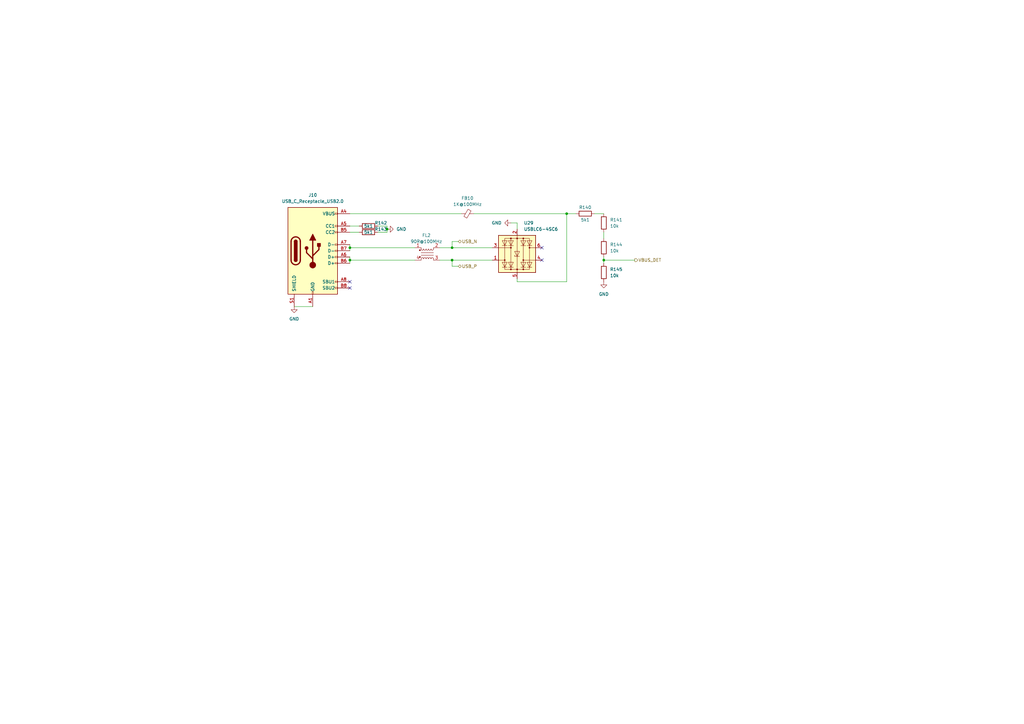
<source format=kicad_sch>
(kicad_sch (version 20250114) (generator "eeschema") (generator_version "9.0")
  (paper "A3")
  (title_block (title "USB") (date "2023-11-27") (rev "r0_3") (company "M-Labs Limited") (comment 1 "Linus Woo Chun Kit"))
  (lib_symbols
    (symbol "Connector:USB_C_Receptacle_USB2.0" (pin_names (offset 1.016))
      (property "Reference" "J" (at -10.16 19.05 0))
      (property "Value" "USB_C_Receptacle_USB2.0" (at 19.05 19.05 0))
      (symbol "USB_C_Receptacle_USB2.0_0_0"
        (rectangle (start -0.254 -17.78) (end 0.254 -16.764))
        (rectangle (start 10.16 15.494) (end 9.144 14.986))
        (rectangle (start 10.16 10.414) (end 9.144 9.906))
        (rectangle (start 10.16 7.874) (end 9.144 7.366))
        (rectangle (start 10.16 2.794) (end 9.144 2.286))
        (rectangle (start 10.16 0.254) (end 9.144 -0.254))
        (rectangle (start 10.16 -2.286) (end 9.144 -2.794))
        (rectangle (start 10.16 -4.826) (end 9.144 -5.334))
        (rectangle (start 10.16 -12.446) (end 9.144 -12.954))
        (rectangle (start 10.16 -14.986) (end 9.144 -15.494))
      )
      (symbol "USB_C_Receptacle_USB2.0_0_1"
        (rectangle (start -10.16 17.78) (end 10.16 -17.78) (stroke (width 0.254)) (fill (type background)))
        (polyline (pts (xy -8.89 -3.81) (xy -8.89 3.81)) (stroke (width 0.508)))
        (rectangle (start -7.62 -3.81) (end -6.35 3.81) (stroke (width 0.254)) (fill (type outline)))
        (arc (start -7.62 3.81) (mid -6.985 4.4423) (end -6.35 3.81) (stroke (width 0.254)))
        (arc (start -7.62 3.81) (mid -6.985 4.4423) (end -6.35 3.81) (stroke (width 0.254)) (fill (type outline)))
        (arc (start -8.89 3.81) (mid -6.985 5.7067) (end -5.08 3.81) (stroke (width 0.508)))
        (arc (start -5.08 -3.81) (mid -6.985 -5.7067) (end -8.89 -3.81) (stroke (width 0.508)))
        (arc (start -6.35 -3.81) (mid -6.985 -4.4423) (end -7.62 -3.81) (stroke (width 0.254)))
        (arc (start -6.35 -3.81) (mid -6.985 -4.4423) (end -7.62 -3.81) (stroke (width 0.254)) (fill (type outline)))
        (polyline (pts (xy -5.08 3.81) (xy -5.08 -3.81)) (stroke (width 0.508)))
        (circle (center -2.54 1.143) (radius 0.635) (stroke (width 0.254)) (fill (type outline)))
        (polyline (pts (xy -1.27 4.318) (xy 0 6.858) (xy 1.27 4.318) (xy -1.27 4.318)) (stroke (width 0.254)) (fill (type outline)))
        (polyline (pts (xy 0 -2.032) (xy 2.54 0.508) (xy 2.54 1.778)) (stroke (width 0.508)))
        (polyline (pts (xy 0 -3.302) (xy -2.54 -0.762) (xy -2.54 0.508)) (stroke (width 0.508)))
        (polyline (pts (xy 0 -5.842) (xy 0 4.318)) (stroke (width 0.508)))
        (circle (center 0 -5.842) (radius 1.27) (fill (type outline)))
        (rectangle (start 1.905 1.778) (end 3.175 3.048) (stroke (width 0.254)) (fill (type outline)))
      )
      (symbol "USB_C_Receptacle_USB2.0_1_1"
        (pin passive line (at -7.62 -22.86 90) (length 5.08) (name "SHIELD") (number "S1"))
        (pin passive line (at 0 -22.86 90) (length 5.08) (name "GND") (number "A1"))
        (pin passive line (at 0 -22.86 90) (length 5.08) (hide yes) (name "GND") (number "A12"))
        (pin passive line (at 0 -22.86 90) (length 5.08) (hide yes) (name "GND") (number "B1"))
        (pin passive line (at 0 -22.86 90) (length 5.08) (hide yes) (name "GND") (number "B12"))
        (pin passive line (at 15.24 15.24 180) (length 5.08) (name "VBUS") (number "A4"))
        (pin passive line (at 15.24 15.24 180) (length 5.08) (hide yes) (name "VBUS") (number "A9"))
        (pin passive line (at 15.24 15.24 180) (length 5.08) (hide yes) (name "VBUS") (number "B4"))
        (pin passive line (at 15.24 15.24 180) (length 5.08) (hide yes) (name "VBUS") (number "B9"))
        (pin bidirectional line (at 15.24 10.16 180) (length 5.08) (name "CC1") (number "A5"))
        (pin bidirectional line (at 15.24 7.62 180) (length 5.08) (name "CC2") (number "B5"))
        (pin bidirectional line (at 15.24 2.54 180) (length 5.08) (name "D-") (number "A7"))
        (pin bidirectional line (at 15.24 0 180) (length 5.08) (name "D-") (number "B7"))
        (pin bidirectional line (at 15.24 -2.54 180) (length 5.08) (name "D+") (number "A6"))
        (pin bidirectional line (at 15.24 -5.08 180) (length 5.08) (name "D+") (number "B6"))
        (pin bidirectional line (at 15.24 -12.7 180) (length 5.08) (name "SBU1") (number "A8"))
        (pin bidirectional line (at 15.24 -15.24 180) (length 5.08) (name "SBU2") (number "B8"))
      )
    )
    (symbol "Device:FerriteBead_Small" (pin_numbers (hide yes)) (pin_names (offset 0))
      (property "Reference" "FB" (at 1.905 1.27 0))
      (property "Value" "FerriteBead_Small" (at 1.905 -1.27 0))
      (symbol "FerriteBead_Small_0_1"
        (polyline (pts (xy -1.8288 0.2794) (xy -1.1176 1.4986) (xy 1.8288 -0.2032) (xy 1.1176 -1.4224) (xy -1.8288 0.2794)))
        (polyline (pts (xy 0 0.889) (xy 0 1.2954)))
        (polyline (pts (xy 0 -1.27) (xy 0 -0.7874)))
      )
      (symbol "FerriteBead_Small_1_1"
        (pin passive line (at 0 2.54 270) (length 1.27) (name "~") (number "1"))
        (pin passive line (at 0 -2.54 90) (length 1.27) (name "~") (number "2"))
      )
    )
    (symbol "Device:R" (pin_numbers (hide yes)) (pin_names (offset 0))
      (property "Reference" "R" (at 2.032 0 90))
      (property "Value" "R" (at 0 0 90))
      (symbol "R_0_1"
        (rectangle (start -1.016 -2.54) (end 1.016 2.54) (stroke (width 0.254)))
      )
      (symbol "R_1_1"
        (pin passive line (at 0 3.81 270) (length 1.27) (name "~") (number "1"))
        (pin passive line (at 0 -3.81 90) (length 1.27) (name "~") (number "2"))
      )
    )
    (symbol "Power_Protection:USBLC6-4SC6" (pin_names (hide yes))
      (property "Reference" "U" (at 2.54 8.89 0))
      (property "Value" "USBLC6-4SC6" (at 2.54 -8.89 0))
      (symbol "USBLC6-4SC6_0_1"
        (rectangle (start -7.62 -7.62) (end 7.62 7.62) (stroke (width 0.254)) (fill (type background)))
        (polyline (pts (xy -6.096 3.429) (xy -4.064 3.429) (xy -5.08 5.461) (xy -6.096 3.429)))
        (polyline (pts (xy -6.096 -5.461) (xy -4.064 -5.461) (xy -5.08 -3.429) (xy -6.096 -5.461)))
        (circle (center -5.08 2.54) (radius 0.254) (fill (type outline)))
        (polyline (pts (xy -5.08 2.54) (xy -7.62 2.54)))
        (polyline (pts (xy -4.064 5.461) (xy -6.096 5.461)))
        (polyline (pts (xy -4.064 -3.429) (xy -6.096 -3.429)))
        (polyline (pts (xy -3.556 3.429) (xy -1.524 3.429) (xy -2.54 5.461) (xy -3.556 3.429)))
        (polyline (pts (xy -3.556 -5.461) (xy -1.524 -5.461) (xy -2.54 -3.429) (xy -3.556 -5.461)))
        (circle (center -2.54 6.35) (radius 0.254) (fill (type outline)))
        (rectangle (start -2.54 6.35) (end 2.54 -6.35))
        (polyline (pts (xy -2.54 6.35) (xy -5.08 6.35) (xy -5.08 -6.35) (xy -2.54 -6.35)))
        (circle (center -2.54 -2.54) (radius 0.254) (fill (type outline)))
        (polyline (pts (xy -2.54 -2.54) (xy -7.62 -2.54)))
        (circle (center -2.54 -6.35) (radius 0.254) (fill (type outline)))
        (polyline (pts (xy -1.524 5.461) (xy -3.556 5.461)))
        (polyline (pts (xy -1.524 -3.429) (xy -3.556 -3.429)))
        (polyline (pts (xy -1.016 -1.016) (xy 1.016 -1.016) (xy 0 1.016) (xy -1.016 -1.016)))
        (circle (center 0 6.35) (radius 0.254) (fill (type outline)))
        (polyline (pts (xy 0 6.35) (xy 0 7.62)))
        (polyline (pts (xy 0 1.27) (xy 0 6.35)))
        (polyline (pts (xy 0 -6.35) (xy 0 1.27)))
        (circle (center 0 -6.35) (radius 0.254) (fill (type outline)))
        (polyline (pts (xy 0 -7.62) (xy 0 -6.35)))
        (polyline (pts (xy 1.016 1.016) (xy 0.762 1.016) (xy -1.016 1.016) (xy -1.016 0.508)))
        (polyline (pts (xy 1.524 5.461) (xy 3.556 5.461)))
        (polyline (pts (xy 1.524 -3.429) (xy 3.556 -3.429)))
        (polyline (pts (xy 2.54 6.35) (xy 5.08 6.35) (xy 5.08 -6.35) (xy 2.54 -6.35)))
        (circle (center 2.54 6.35) (radius 0.254) (fill (type outline)))
        (polyline (pts (xy 2.54 2.54) (xy 7.62 2.54)))
        (circle (center 2.54 2.54) (radius 0.254) (fill (type outline)))
        (circle (center 2.54 -6.35) (radius 0.254) (fill (type outline)))
        (polyline (pts (xy 3.556 3.429) (xy 1.524 3.429) (xy 2.54 5.461) (xy 3.556 3.429)))
        (polyline (pts (xy 3.556 -5.461) (xy 1.524 -5.461) (xy 2.54 -3.429) (xy 3.556 -5.461)))
        (polyline (pts (xy 4.064 5.461) (xy 6.096 5.461)))
        (polyline (pts (xy 4.064 -3.429) (xy 6.096 -3.429)))
        (polyline (pts (xy 5.08 -2.54) (xy 7.62 -2.54)))
        (circle (center 5.08 -2.54) (radius 0.254) (fill (type outline)))
        (polyline (pts (xy 6.096 3.429) (xy 4.064 3.429) (xy 5.08 5.461) (xy 6.096 3.429)))
        (polyline (pts (xy 6.096 -5.461) (xy 4.064 -5.461) (xy 5.08 -3.429) (xy 6.096 -5.461)))
      )
      (symbol "USBLC6-4SC6_1_1"
        (pin passive line (at -10.16 2.54 0) (length 2.54) (name "I/O1") (number "1"))
        (pin passive line (at -10.16 -2.54 0) (length 2.54) (name "I/O2") (number "3"))
        (pin passive line (at 0 10.16 270) (length 2.54) (name "VBUS") (number "5"))
        (pin passive line (at 0 -10.16 90) (length 2.54) (name "GND") (number "2"))
        (pin passive line (at 10.16 2.54 180) (length 2.54) (name "I/O3") (number "4"))
        (pin passive line (at 10.16 -2.54 180) (length 2.54) (name "I/O4") (number "6"))
      )
    )
    (symbol "kirdy:Filter_EMI_LL_1423" (pin_names (offset 0.254) (hide yes))
      (property "Reference" "FL" (at 0 4.445 0))
      (property "Value" "Filter_EMI_LL_1423" (at 0 -4.445 0))
      (symbol "Filter_EMI_LL_1423_0_1"
        (circle (center -3.048 1.524) (radius 0.254) (fill (type outline)))
        (circle (center -3.048 -1.27) (radius 0.254) (fill (type outline)))
        (polyline (pts (xy -2.54 2.032) (xy -2.54 2.54)))
        (polyline (pts (xy -2.54 0.508) (xy 2.54 0.508)))
        (polyline (pts (xy -2.54 -2.032) (xy -2.54 -2.54)))
        (arc (start -1.524 2.032) (mid -2.032 1.5262) (end -2.54 2.032))
        (arc (start -2.54 -2.032) (mid -2.032 -1.5262) (end -1.524 -2.032))
        (arc (start -0.508 2.032) (mid -1.016 1.5262) (end -1.524 2.032))
        (arc (start -1.524 -2.032) (mid -1.016 -1.5262) (end -0.508 -2.032))
        (arc (start 0.508 2.032) (mid 0 1.5262) (end -0.508 2.032))
        (arc (start -0.508 -2.032) (mid 0 -1.5262) (end 0.508 -2.032))
        (arc (start 1.524 2.032) (mid 1.016 1.5262) (end 0.508 2.032))
        (arc (start 0.508 -2.032) (mid 1.016 -1.5262) (end 1.524 -2.032))
        (arc (start 2.54 2.032) (mid 2.032 1.5262) (end 1.524 2.032))
        (arc (start 1.524 -2.032) (mid 2.032 -1.5262) (end 2.54 -2.032))
        (polyline (pts (xy 2.54 2.54) (xy 2.54 2.032)))
        (polyline (pts (xy 2.54 -0.508) (xy -2.54 -0.508)))
        (polyline (pts (xy 2.54 -2.032) (xy 2.54 -2.54)))
      )
      (symbol "Filter_EMI_LL_1423_1_1"
        (pin passive line (at -5.08 2.54 0) (length 2.54) (name "1") (number "1"))
        (pin passive line (at -5.08 -2.54 0) (length 2.54) (name "4") (number "4"))
        (pin passive line (at 5.08 2.54 180) (length 2.54) (name "2") (number "2"))
        (pin passive line (at 5.08 -2.54 180) (length 2.54) (name "3") (number "3"))
      )
    )
    (symbol "power:GND" (power) (pin_names (offset 0))
      (property "Value" "GND" (at 0 -3.81 0))
      (symbol "GND_0_1"
        (polyline (pts (xy 0 0) (xy 0 -1.27) (xy 1.27 -1.27) (xy 0 -2.54) (xy -1.27 -1.27) (xy 0 -1.27)))
      )
      (symbol "GND_1_1"
        (pin power_in line (at 0 0 270) (length 0) (hide yes) (name "GND") (number "1"))
      )
    )
  )
  (junction (at 143.51 101.6))
  (junction (at 143.51 106.68))
  (junction (at 232.41 87.63))
  (junction (at 247.65 106.68))
  (junction (at 185.42 101.6))
  (junction (at 158.75 93.98))
  (junction (at 185.42 106.68))
  (no_connect (at 222.25 106.68))
  (no_connect (at 222.25 101.6))
  (no_connect (at 143.51 118.11))
  (no_connect (at 143.51 115.57))
  (wire (pts (xy 143.51 106.68) (xy 143.51 107.95)))
  (wire (pts (xy 185.42 109.22) (xy 185.42 106.68)))
  (wire (pts (xy 212.09 91.44) (xy 212.09 93.98)))
  (wire (pts (xy 143.51 87.63) (xy 189.23 87.63)))
  (wire (pts (xy 180.34 106.68) (xy 185.42 106.68)))
  (wire (pts (xy 158.75 95.25) (xy 158.75 93.98)))
  (wire (pts (xy 209.55 91.44) (xy 212.09 91.44)))
  (wire (pts (xy 247.65 105.41) (xy 247.65 106.68)))
  (wire (pts (xy 187.96 99.06) (xy 185.42 99.06)))
  (wire (pts (xy 247.65 106.68) (xy 247.65 107.95)))
  (wire (pts (xy 158.75 93.98) (xy 158.75 92.71)))
  (wire (pts (xy 180.34 101.6) (xy 185.42 101.6)))
  (wire (pts (xy 247.65 95.25) (xy 247.65 97.79)))
  (wire (pts (xy 212.09 115.57) (xy 212.09 114.3)))
  (wire (pts (xy 143.51 101.6) (xy 143.51 102.87)))
  (wire (pts (xy 232.41 87.63) (xy 236.22 87.63)))
  (wire (pts (xy 143.51 105.41) (xy 143.51 106.68)))
  (wire (pts (xy 243.84 87.63) (xy 247.65 87.63)))
  (wire (pts (xy 154.94 95.25) (xy 158.75 95.25)))
  (wire (pts (xy 158.75 92.71) (xy 154.94 92.71)))
  (wire (pts (xy 120.65 125.73) (xy 128.27 125.73)))
  (wire (pts (xy 185.42 101.6) (xy 201.93 101.6)))
  (wire (pts (xy 143.51 101.6) (xy 170.18 101.6)))
  (wire (pts (xy 143.51 106.68) (xy 170.18 106.68)))
  (wire (pts (xy 185.42 99.06) (xy 185.42 101.6)))
  (wire (pts (xy 232.41 87.63) (xy 232.41 115.57)))
  (wire (pts (xy 143.51 95.25) (xy 147.32 95.25)))
  (wire (pts (xy 247.65 106.68) (xy 260.35 106.68)))
  (wire (pts (xy 194.31 87.63) (xy 232.41 87.63)))
  (wire (pts (xy 232.41 115.57) (xy 212.09 115.57)))
  (wire (pts (xy 187.96 109.22) (xy 185.42 109.22)))
  (wire (pts (xy 185.42 106.68) (xy 201.93 106.68)))
  (wire (pts (xy 143.51 100.33) (xy 143.51 101.6)))
  (wire (pts (xy 143.51 92.71) (xy 147.32 92.71)))
  (hierarchical_label "VBUS_DET" (shape output) (at 260.35 106.68 0))
  (hierarchical_label "USB_N" (shape bidirectional) (at 187.96 99.06 0))
  (hierarchical_label "USB_P" (shape bidirectional) (at 187.96 109.22 0))
  (symbol (lib_id "power:GND") (at 247.65 115.57 0) (unit 1)
    (property "Reference" "#PWR0233" (effects (hide yes)))
    (property "Value" "GND" (at 247.65 120.65 0))
  )
  (symbol (lib_id "power:GND") (at 158.75 93.98 90) (unit 1)
    (property "Reference" "#PWR0232" (effects (hide yes)))
    (property "Value" "GND" (at 162.56 93.9799 90) (effects (justify right)))
  )
  (symbol (lib_id "power:GND") (at 209.55 91.44 270) (unit 1)
    (property "Reference" "#PWR0231" (effects (hide yes)))
    (property "Value" "GND" (at 205.74 91.4399 90) (effects (justify right)))
  )
  (symbol (lib_id "Connector:USB_C_Receptacle_USB2.0") (at 128.27 102.87 0) (unit 1)
    (property "Reference" "J10" (at 128.27 80.01 0))
    (property "Value" "USB_C_Receptacle_USB2.0" (at 128.27 82.55 0))
    (property "Footprint" "Connector_USB:USB_C_Receptacle_HRO_TYPE-C-31-M-12" (effects (hide yes)))
    (property "Datasheet" "https://www.usb.org/sites/default/files/documents/usb_type-c.zip" (effects (hide yes)))
    (property "MFR_PN" "TYPE-C-31-M-12" (effects (hide yes)))
    (property "MFR_PN_ALT" "USB4105-GF-A" (effects (hide yes)))
  )
  (symbol (lib_id "Device:R") (at 151.13 92.71 90) (unit 1)
    (property "Reference" "R142" (at 156.21 91.44 90))
    (property "Value" "5k1" (at 151.13 92.71 90))
    (property "Footprint" "Resistor_SMD:R_0603_1608Metric" (effects (hide yes)))
    (property "MFR_PN" "RMCF0603FT5K10" (effects (hide yes)))
    (property "MFR_PN_ALT" "CR0603-FX-5101ELF" (effects (hide yes)))
  )
  (symbol (lib_id "Device:R") (at 247.65 111.76 180) (unit 1)
    (property "Reference" "R145" (at 250.19 110.4899 0) (effects (justify right)))
    (property "Value" "10k" (at 250.19 113.0299 0) (effects (justify right)))
    (property "Footprint" "Resistor_SMD:R_0603_1608Metric" (effects (hide yes)))
    (property "MFR_PN" "RNCP0603FTD10K0" (effects (hide yes)))
    (property "MFR_PN_ALT" "RMCF0603FT10K0" (effects (hide yes)))
  )
  (symbol (lib_id "Power_Protection:USBLC6-4SC6") (at 212.09 104.14 0) (mirror x) (unit 1)
    (property "Reference" "U29" (at 214.8587 91.44 0) (effects (justify left)))
    (property "Value" "USBLC6-4SC6" (at 214.8587 93.98 0) (effects (justify left)))
    (property "Footprint" "Package_TO_SOT_SMD:SOT-23-6" (effects (hide yes)))
    (property "Datasheet" "https://www.st.com/resource/en/datasheet/usblc6-4.pdf" (effects (hide yes)))
    (property "MFR_PN" "USBLC6-4SC6Y" (effects (hide yes)))
    (property "MFR_PN_ALT" "USBLC6-4SC6" (effects (hide yes)))
  )
  (symbol (lib_id "Device:FerriteBead_Small") (at 191.77 87.63 90) (unit 1)
    (property "Reference" "FB10" (at 191.7319 81.28 90))
    (property "Value" "1K@100MHz" (at 191.7319 83.82 90))
    (property "Footprint" "Inductor_SMD:L_1210_3225Metric" (effects (hide yes)))
    (property "MFR_PN" "FBMH3225HM102NT" (effects (hide yes)))
    (property "MFR_PN_ALT" "FBMH3225HM102NTV" (effects (hide yes)))
  )
  (symbol (lib_id "Device:R") (at 151.13 95.25 90) (unit 1)
    (property "Reference" "R143" (at 156.21 93.98 90))
    (property "Value" "5k1" (at 151.13 95.25 90))
    (property "Footprint" "Resistor_SMD:R_0603_1608Metric" (effects (hide yes)))
    (property "MFR_PN" "RMCF0603FT5K10" (effects (hide yes)))
    (property "MFR_PN_ALT" "CR0603-FX-5101ELF" (effects (hide yes)))
  )
  (symbol (lib_id "Device:R") (at 240.03 87.63 90) (unit 1)
    (property "Reference" "R140" (at 240.03 85.09 90))
    (property "Value" "5k1" (at 240.03 90.17 90))
    (property "Footprint" "Resistor_SMD:R_0603_1608Metric" (effects (hide yes)))
    (property "MFR_PN" "RMCF0603FT5K10" (effects (hide yes)))
    (property "MFR_PN_ALT" "CR0603-FX-5101ELF" (effects (hide yes)))
  )
  (symbol (lib_id "Device:R") (at 247.65 101.6 180) (unit 1)
    (property "Reference" "R144" (at 250.19 100.3299 0) (effects (justify right)))
    (property "Value" "10k" (at 250.19 102.8699 0) (effects (justify right)))
    (property "Footprint" "Resistor_SMD:R_0603_1608Metric" (effects (hide yes)))
    (property "MFR_PN" "RNCP0603FTD10K0" (effects (hide yes)))
    (property "MFR_PN_ALT" "RMCF0603FT10K0" (effects (hide yes)))
  )
  (symbol (lib_id "Device:R") (at 247.65 91.44 180) (unit 1)
    (property "Reference" "R141" (at 250.19 90.1699 0) (effects (justify right)))
    (property "Value" "10k" (at 250.19 92.7099 0) (effects (justify right)))
    (property "Footprint" "Resistor_SMD:R_0603_1608Metric" (effects (hide yes)))
    (property "MFR_PN" "RNCP0603FTD10K0" (effects (hide yes)))
    (property "MFR_PN_ALT" "RMCF0603FT10K0" (effects (hide yes)))
  )
  (symbol (lib_id "kirdy:Filter_EMI_LL_1423") (at 175.26 104.14 0) (unit 1)
    (property "Reference" "FL2" (at 174.879 96.52 0))
    (property "Value" "90R@100MHz" (at 174.879 99.06 0))
    (property "Footprint" "Inductor_SMD:L_CommonModeChoke_Coilcraft_0603USB" (effects (hide yes)))
    (property "MFR_PN" "0603USB-222MLC" (effects (hide yes)))
    (property "MFR_PN_ALT" "0603USB-951MLC" (effects (hide yes)))
  )
  (symbol (lib_id "power:GND") (at 120.65 125.73 0) (unit 1)
    (property "Reference" "#PWR0234" (effects (hide yes)))
    (property "Value" "GND" (at 120.65 130.81 0))
  )
)
</source>
